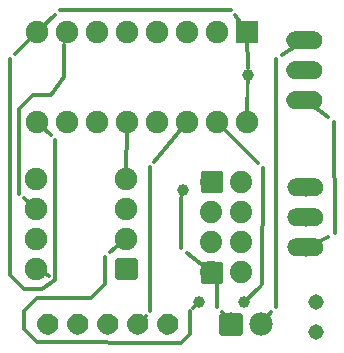
<source format=gtl>
G04 MADE WITH FRITZING*
G04 WWW.FRITZING.ORG*
G04 DOUBLE SIDED*
G04 HOLES PLATED*
G04 CONTOUR ON CENTER OF CONTOUR VECTOR*
%ASAXBY*%
%FSLAX23Y23*%
%MOIN*%
%OFA0B0*%
%SFA1.0B1.0*%
%ADD10C,0.078000*%
%ADD11C,0.039370*%
%ADD12C,0.060000*%
%ADD13C,0.051496*%
%ADD14C,0.075000*%
%ADD15C,0.074472*%
%ADD16C,0.070000*%
%ADD17R,0.075000X0.075000*%
%ADD18C,0.012000*%
%ADD19C,0.020000*%
%ADD20C,0.017108*%
%ADD21R,0.001000X0.001000*%
%LNCOPPER1*%
G90*
G70*
G54D10*
X769Y91D03*
X869Y91D03*
G54D11*
X814Y166D03*
X663Y166D03*
G54D12*
X1019Y547D03*
X1019Y447D03*
X1019Y347D03*
X1019Y547D03*
X1019Y447D03*
X1019Y347D03*
X1016Y1038D03*
X1016Y938D03*
X1016Y838D03*
X1016Y1038D03*
X1016Y938D03*
X1016Y838D03*
G54D11*
X611Y539D03*
X827Y923D03*
G54D13*
X1054Y166D03*
X1054Y66D03*
X1054Y166D03*
X1054Y66D03*
G54D14*
X421Y277D03*
X121Y277D03*
X421Y377D03*
X121Y377D03*
X421Y477D03*
X121Y477D03*
X421Y577D03*
X121Y577D03*
G54D15*
X703Y265D03*
X803Y265D03*
X703Y365D03*
X803Y365D03*
X703Y466D03*
X803Y466D03*
X703Y567D03*
X803Y567D03*
X703Y265D03*
X803Y265D03*
X703Y365D03*
X803Y365D03*
X703Y466D03*
X803Y466D03*
X703Y567D03*
X803Y567D03*
G54D16*
X559Y91D03*
X459Y91D03*
X359Y91D03*
X259Y91D03*
X159Y91D03*
G54D14*
X823Y1067D03*
X823Y767D03*
X723Y1067D03*
X723Y767D03*
X623Y1067D03*
X623Y767D03*
X523Y1067D03*
X523Y767D03*
X423Y1067D03*
X423Y767D03*
X323Y1067D03*
X323Y767D03*
X223Y1067D03*
X223Y767D03*
X123Y1067D03*
X123Y767D03*
G54D17*
X823Y1067D03*
G54D18*
X903Y132D02*
X869Y91D01*
D02*
X724Y150D02*
X724Y241D01*
D02*
X769Y91D02*
X739Y131D01*
D02*
X707Y260D02*
X703Y265D01*
D02*
X919Y975D02*
X919Y150D01*
D02*
X1016Y1038D02*
X940Y989D01*
D02*
X109Y856D02*
X168Y856D01*
D02*
X63Y810D02*
X109Y856D01*
D02*
X64Y526D02*
X63Y810D01*
D02*
X121Y477D02*
X81Y511D01*
D02*
X218Y1044D02*
X223Y1067D01*
D02*
X214Y916D02*
X214Y1021D01*
D02*
X168Y856D02*
X214Y916D01*
D02*
X498Y615D02*
X498Y136D01*
D02*
X623Y767D02*
X513Y633D01*
D02*
X485Y120D02*
X459Y91D01*
D02*
X349Y316D02*
X349Y226D01*
D02*
X349Y226D02*
X304Y180D01*
D02*
X304Y180D02*
X124Y180D01*
D02*
X124Y180D02*
X79Y136D01*
D02*
X421Y377D02*
X367Y331D01*
D02*
X633Y60D02*
X634Y136D01*
D02*
X604Y30D02*
X633Y60D01*
D02*
X124Y31D02*
X604Y30D01*
D02*
X79Y75D02*
X124Y31D01*
D02*
X79Y136D02*
X79Y75D01*
D02*
X859Y628D02*
X723Y767D01*
D02*
X874Y226D02*
X875Y611D01*
D02*
X814Y166D02*
X865Y217D01*
D02*
X644Y145D02*
X663Y166D01*
D02*
X623Y330D02*
X703Y265D01*
D02*
X604Y511D02*
X603Y346D01*
D02*
X611Y539D02*
X607Y524D01*
D02*
X423Y744D02*
X421Y600D01*
D02*
X824Y1054D02*
X826Y946D01*
D02*
X1093Y781D02*
X1016Y838D01*
D02*
X1115Y395D02*
X1114Y766D01*
D02*
X1019Y347D02*
X1092Y384D01*
D02*
X783Y1122D02*
X823Y1067D01*
D02*
X198Y1140D02*
X769Y1140D01*
D02*
X123Y1067D02*
X182Y1124D01*
D02*
X184Y240D02*
X138Y210D01*
D02*
X184Y705D02*
X184Y240D01*
D02*
X123Y767D02*
X168Y722D01*
D02*
X50Y992D02*
X123Y1067D01*
D02*
X33Y256D02*
X34Y976D01*
D02*
X79Y210D02*
X33Y256D01*
D02*
X138Y210D02*
X79Y210D01*
D02*
X121Y277D02*
X164Y252D01*
G54D19*
X740Y120D02*
X798Y120D01*
X798Y62D01*
X740Y62D01*
X740Y120D01*
D02*
X393Y249D02*
X393Y304D01*
X448Y304D01*
X448Y249D01*
X393Y249D01*
D02*
G54D20*
X675Y293D02*
X732Y293D01*
X732Y236D01*
X675Y236D01*
X675Y293D01*
D02*
X675Y293D02*
X732Y293D01*
X732Y236D01*
X675Y236D01*
X675Y293D01*
D02*
X675Y595D02*
X732Y595D01*
X732Y538D01*
X675Y538D01*
X675Y595D01*
D02*
G54D21*
X979Y1068D02*
X1050Y1068D01*
X975Y1067D02*
X1054Y1067D01*
X973Y1066D02*
X1056Y1066D01*
X971Y1065D02*
X1058Y1065D01*
X969Y1064D02*
X1060Y1064D01*
X967Y1063D02*
X1061Y1063D01*
X966Y1062D02*
X1063Y1062D01*
X965Y1061D02*
X1064Y1061D01*
X964Y1060D02*
X1065Y1060D01*
X963Y1059D02*
X1066Y1059D01*
X962Y1058D02*
X1009Y1058D01*
X1020Y1058D02*
X1067Y1058D01*
X961Y1057D02*
X1006Y1057D01*
X1023Y1057D02*
X1068Y1057D01*
X961Y1056D02*
X1004Y1056D01*
X1025Y1056D02*
X1068Y1056D01*
X960Y1055D02*
X1002Y1055D01*
X1026Y1055D02*
X1069Y1055D01*
X959Y1054D02*
X1001Y1054D01*
X1028Y1054D02*
X1070Y1054D01*
X959Y1053D02*
X1000Y1053D01*
X1029Y1053D02*
X1070Y1053D01*
X958Y1052D02*
X999Y1052D01*
X1030Y1052D02*
X1071Y1052D01*
X958Y1051D02*
X998Y1051D01*
X1031Y1051D02*
X1071Y1051D01*
X957Y1050D02*
X998Y1050D01*
X1031Y1050D02*
X1072Y1050D01*
X957Y1049D02*
X997Y1049D01*
X1032Y1049D02*
X1072Y1049D01*
X956Y1048D02*
X996Y1048D01*
X1033Y1048D02*
X1072Y1048D01*
X956Y1047D02*
X996Y1047D01*
X1033Y1047D02*
X1073Y1047D01*
X956Y1046D02*
X995Y1046D01*
X1034Y1046D02*
X1073Y1046D01*
X956Y1045D02*
X995Y1045D01*
X1034Y1045D02*
X1073Y1045D01*
X955Y1044D02*
X995Y1044D01*
X1034Y1044D02*
X1073Y1044D01*
X955Y1043D02*
X994Y1043D01*
X1034Y1043D02*
X1074Y1043D01*
X955Y1042D02*
X994Y1042D01*
X1035Y1042D02*
X1074Y1042D01*
X955Y1041D02*
X994Y1041D01*
X1035Y1041D02*
X1074Y1041D01*
X955Y1040D02*
X994Y1040D01*
X1035Y1040D02*
X1074Y1040D01*
X955Y1039D02*
X994Y1039D01*
X1035Y1039D02*
X1074Y1039D01*
X955Y1038D02*
X994Y1038D01*
X1035Y1038D02*
X1074Y1038D01*
X955Y1037D02*
X994Y1037D01*
X1035Y1037D02*
X1074Y1037D01*
X955Y1036D02*
X994Y1036D01*
X1035Y1036D02*
X1074Y1036D01*
X955Y1035D02*
X994Y1035D01*
X1035Y1035D02*
X1074Y1035D01*
X955Y1034D02*
X995Y1034D01*
X1034Y1034D02*
X1074Y1034D01*
X956Y1033D02*
X995Y1033D01*
X1034Y1033D02*
X1073Y1033D01*
X956Y1032D02*
X995Y1032D01*
X1034Y1032D02*
X1073Y1032D01*
X956Y1031D02*
X996Y1031D01*
X1033Y1031D02*
X1073Y1031D01*
X956Y1030D02*
X996Y1030D01*
X1033Y1030D02*
X1073Y1030D01*
X957Y1029D02*
X997Y1029D01*
X1032Y1029D02*
X1072Y1029D01*
X957Y1028D02*
X997Y1028D01*
X1032Y1028D02*
X1072Y1028D01*
X957Y1027D02*
X998Y1027D01*
X1031Y1027D02*
X1072Y1027D01*
X958Y1026D02*
X999Y1026D01*
X1030Y1026D02*
X1071Y1026D01*
X958Y1025D02*
X999Y1025D01*
X1029Y1025D02*
X1071Y1025D01*
X959Y1024D02*
X1000Y1024D01*
X1028Y1024D02*
X1070Y1024D01*
X959Y1023D02*
X1002Y1023D01*
X1027Y1023D02*
X1069Y1023D01*
X960Y1022D02*
X1003Y1022D01*
X1026Y1022D02*
X1069Y1022D01*
X961Y1021D02*
X1005Y1021D01*
X1024Y1021D02*
X1068Y1021D01*
X962Y1020D02*
X1007Y1020D01*
X1022Y1020D02*
X1067Y1020D01*
X962Y1019D02*
X1011Y1019D01*
X1018Y1019D02*
X1067Y1019D01*
X963Y1018D02*
X1066Y1018D01*
X964Y1017D02*
X1065Y1017D01*
X965Y1016D02*
X1063Y1016D01*
X967Y1015D02*
X1062Y1015D01*
X968Y1014D02*
X1061Y1014D01*
X970Y1013D02*
X1059Y1013D01*
X971Y1012D02*
X1058Y1012D01*
X973Y1011D02*
X1055Y1011D01*
X976Y1010D02*
X1053Y1010D01*
X981Y1009D02*
X1048Y1009D01*
X978Y968D02*
X1050Y968D01*
X975Y967D02*
X1054Y967D01*
X973Y966D02*
X1056Y966D01*
X971Y965D02*
X1058Y965D01*
X969Y964D02*
X1060Y964D01*
X967Y963D02*
X1062Y963D01*
X966Y962D02*
X1063Y962D01*
X965Y961D02*
X1064Y961D01*
X964Y960D02*
X1065Y960D01*
X963Y959D02*
X1066Y959D01*
X962Y958D02*
X1009Y958D01*
X1020Y958D02*
X1067Y958D01*
X961Y957D02*
X1006Y957D01*
X1023Y957D02*
X1068Y957D01*
X960Y956D02*
X1004Y956D01*
X1025Y956D02*
X1068Y956D01*
X960Y955D02*
X1002Y955D01*
X1026Y955D02*
X1069Y955D01*
X959Y954D02*
X1001Y954D01*
X1028Y954D02*
X1070Y954D01*
X959Y953D02*
X1000Y953D01*
X1029Y953D02*
X1070Y953D01*
X958Y952D02*
X999Y952D01*
X1030Y952D02*
X1071Y952D01*
X958Y951D02*
X998Y951D01*
X1031Y951D02*
X1071Y951D01*
X957Y950D02*
X997Y950D01*
X1031Y950D02*
X1072Y950D01*
X957Y949D02*
X997Y949D01*
X1032Y949D02*
X1072Y949D01*
X956Y948D02*
X996Y948D01*
X1033Y948D02*
X1072Y948D01*
X956Y947D02*
X996Y947D01*
X1033Y947D02*
X1073Y947D01*
X956Y946D02*
X995Y946D01*
X1034Y946D02*
X1073Y946D01*
X956Y945D02*
X995Y945D01*
X1034Y945D02*
X1073Y945D01*
X955Y944D02*
X995Y944D01*
X1034Y944D02*
X1073Y944D01*
X955Y943D02*
X994Y943D01*
X1034Y943D02*
X1074Y943D01*
X955Y942D02*
X994Y942D01*
X1035Y942D02*
X1074Y942D01*
X955Y941D02*
X994Y941D01*
X1035Y941D02*
X1074Y941D01*
X955Y940D02*
X994Y940D01*
X1035Y940D02*
X1074Y940D01*
X955Y939D02*
X994Y939D01*
X1035Y939D02*
X1074Y939D01*
X955Y938D02*
X994Y938D01*
X1035Y938D02*
X1074Y938D01*
X955Y937D02*
X994Y937D01*
X1035Y937D02*
X1074Y937D01*
X955Y936D02*
X994Y936D01*
X1035Y936D02*
X1074Y936D01*
X955Y935D02*
X994Y935D01*
X1035Y935D02*
X1074Y935D01*
X955Y934D02*
X995Y934D01*
X1034Y934D02*
X1074Y934D01*
X956Y933D02*
X995Y933D01*
X1034Y933D02*
X1073Y933D01*
X956Y932D02*
X995Y932D01*
X1034Y932D02*
X1073Y932D01*
X956Y931D02*
X996Y931D01*
X1033Y931D02*
X1073Y931D01*
X956Y930D02*
X996Y930D01*
X1033Y930D02*
X1073Y930D01*
X823Y929D02*
X828Y929D01*
X957Y929D02*
X997Y929D01*
X1032Y929D02*
X1072Y929D01*
X822Y928D02*
X830Y928D01*
X957Y928D02*
X997Y928D01*
X1032Y928D02*
X1072Y928D01*
X821Y927D02*
X830Y927D01*
X957Y927D02*
X998Y927D01*
X1031Y927D02*
X1072Y927D01*
X821Y926D02*
X831Y926D01*
X958Y926D02*
X999Y926D01*
X1030Y926D02*
X1071Y926D01*
X820Y925D02*
X831Y925D01*
X958Y925D02*
X1000Y925D01*
X1029Y925D02*
X1071Y925D01*
X820Y924D02*
X831Y924D01*
X959Y924D02*
X1001Y924D01*
X1028Y924D02*
X1070Y924D01*
X820Y923D02*
X831Y923D01*
X960Y923D02*
X1002Y923D01*
X1027Y923D02*
X1069Y923D01*
X820Y922D02*
X831Y922D01*
X960Y922D02*
X1003Y922D01*
X1026Y922D02*
X1069Y922D01*
X820Y921D02*
X831Y921D01*
X961Y921D02*
X1005Y921D01*
X1024Y921D02*
X1068Y921D01*
X820Y920D02*
X831Y920D01*
X962Y920D02*
X1007Y920D01*
X1022Y920D02*
X1067Y920D01*
X820Y919D02*
X831Y919D01*
X962Y919D02*
X1012Y919D01*
X1017Y919D02*
X1066Y919D01*
X820Y918D02*
X831Y918D01*
X963Y918D02*
X1066Y918D01*
X820Y917D02*
X831Y917D01*
X964Y917D02*
X1065Y917D01*
X820Y916D02*
X831Y916D01*
X965Y916D02*
X1063Y916D01*
X820Y915D02*
X831Y915D01*
X967Y915D02*
X1062Y915D01*
X820Y914D02*
X831Y914D01*
X968Y914D02*
X1061Y914D01*
X820Y913D02*
X831Y913D01*
X970Y913D02*
X1059Y913D01*
X820Y912D02*
X831Y912D01*
X971Y912D02*
X1057Y912D01*
X820Y911D02*
X831Y911D01*
X974Y911D02*
X1055Y911D01*
X820Y910D02*
X831Y910D01*
X976Y910D02*
X1052Y910D01*
X820Y909D02*
X831Y909D01*
X981Y909D02*
X1048Y909D01*
X820Y908D02*
X831Y908D01*
X820Y907D02*
X831Y907D01*
X820Y906D02*
X831Y906D01*
X820Y905D02*
X831Y905D01*
X820Y904D02*
X831Y904D01*
X820Y903D02*
X831Y903D01*
X820Y902D02*
X831Y902D01*
X820Y901D02*
X831Y901D01*
X820Y900D02*
X831Y900D01*
X820Y899D02*
X831Y899D01*
X820Y898D02*
X831Y898D01*
X820Y897D02*
X831Y897D01*
X820Y896D02*
X831Y896D01*
X820Y895D02*
X831Y895D01*
X820Y894D02*
X831Y894D01*
X820Y893D02*
X831Y893D01*
X820Y892D02*
X831Y892D01*
X819Y891D02*
X830Y891D01*
X819Y890D02*
X830Y890D01*
X819Y889D02*
X830Y889D01*
X819Y888D02*
X830Y888D01*
X819Y887D02*
X830Y887D01*
X819Y886D02*
X830Y886D01*
X819Y885D02*
X830Y885D01*
X819Y884D02*
X830Y884D01*
X819Y883D02*
X830Y883D01*
X819Y882D02*
X830Y882D01*
X819Y881D02*
X830Y881D01*
X819Y880D02*
X830Y880D01*
X819Y879D02*
X830Y879D01*
X819Y878D02*
X830Y878D01*
X819Y877D02*
X830Y877D01*
X819Y876D02*
X830Y876D01*
X819Y875D02*
X830Y875D01*
X819Y874D02*
X830Y874D01*
X819Y873D02*
X830Y873D01*
X819Y872D02*
X830Y872D01*
X819Y871D02*
X830Y871D01*
X819Y870D02*
X830Y870D01*
X819Y869D02*
X830Y869D01*
X819Y868D02*
X830Y868D01*
X978Y868D02*
X1051Y868D01*
X819Y867D02*
X830Y867D01*
X975Y867D02*
X1054Y867D01*
X819Y866D02*
X830Y866D01*
X972Y866D02*
X1057Y866D01*
X819Y865D02*
X830Y865D01*
X970Y865D02*
X1059Y865D01*
X819Y864D02*
X830Y864D01*
X969Y864D02*
X1060Y864D01*
X819Y863D02*
X830Y863D01*
X967Y863D02*
X1062Y863D01*
X819Y862D02*
X830Y862D01*
X966Y862D02*
X1063Y862D01*
X819Y861D02*
X830Y861D01*
X965Y861D02*
X1064Y861D01*
X819Y860D02*
X830Y860D01*
X964Y860D02*
X1065Y860D01*
X819Y859D02*
X830Y859D01*
X963Y859D02*
X1066Y859D01*
X819Y858D02*
X830Y858D01*
X962Y858D02*
X1009Y858D01*
X1020Y858D02*
X1067Y858D01*
X819Y857D02*
X830Y857D01*
X961Y857D02*
X1006Y857D01*
X1023Y857D02*
X1068Y857D01*
X819Y856D02*
X830Y856D01*
X960Y856D02*
X1004Y856D01*
X1025Y856D02*
X1068Y856D01*
X819Y855D02*
X830Y855D01*
X960Y855D02*
X1002Y855D01*
X1027Y855D02*
X1069Y855D01*
X819Y854D02*
X830Y854D01*
X959Y854D02*
X1001Y854D01*
X1028Y854D02*
X1070Y854D01*
X819Y853D02*
X830Y853D01*
X959Y853D02*
X1000Y853D01*
X1029Y853D02*
X1070Y853D01*
X819Y852D02*
X830Y852D01*
X958Y852D02*
X999Y852D01*
X1030Y852D02*
X1071Y852D01*
X819Y851D02*
X830Y851D01*
X958Y851D02*
X998Y851D01*
X1031Y851D02*
X1071Y851D01*
X819Y850D02*
X830Y850D01*
X957Y850D02*
X997Y850D01*
X1031Y850D02*
X1072Y850D01*
X819Y849D02*
X829Y849D01*
X957Y849D02*
X997Y849D01*
X1032Y849D02*
X1072Y849D01*
X818Y848D02*
X829Y848D01*
X956Y848D02*
X996Y848D01*
X1033Y848D02*
X1072Y848D01*
X818Y847D02*
X829Y847D01*
X956Y847D02*
X996Y847D01*
X1033Y847D02*
X1073Y847D01*
X818Y846D02*
X829Y846D01*
X956Y846D02*
X995Y846D01*
X1034Y846D02*
X1073Y846D01*
X818Y845D02*
X829Y845D01*
X956Y845D02*
X995Y845D01*
X1034Y845D02*
X1073Y845D01*
X818Y844D02*
X829Y844D01*
X955Y844D02*
X995Y844D01*
X1034Y844D02*
X1073Y844D01*
X818Y843D02*
X829Y843D01*
X955Y843D02*
X994Y843D01*
X1034Y843D02*
X1074Y843D01*
X818Y842D02*
X829Y842D01*
X955Y842D02*
X994Y842D01*
X1035Y842D02*
X1074Y842D01*
X818Y841D02*
X829Y841D01*
X955Y841D02*
X994Y841D01*
X1035Y841D02*
X1074Y841D01*
X818Y840D02*
X829Y840D01*
X955Y840D02*
X994Y840D01*
X1035Y840D02*
X1074Y840D01*
X818Y839D02*
X829Y839D01*
X955Y839D02*
X994Y839D01*
X1035Y839D02*
X1074Y839D01*
X818Y838D02*
X829Y838D01*
X955Y838D02*
X994Y838D01*
X1035Y838D02*
X1074Y838D01*
X818Y837D02*
X829Y837D01*
X955Y837D02*
X994Y837D01*
X1035Y837D02*
X1074Y837D01*
X818Y836D02*
X829Y836D01*
X955Y836D02*
X994Y836D01*
X1035Y836D02*
X1074Y836D01*
X818Y835D02*
X829Y835D01*
X955Y835D02*
X994Y835D01*
X1035Y835D02*
X1074Y835D01*
X818Y834D02*
X829Y834D01*
X955Y834D02*
X995Y834D01*
X1034Y834D02*
X1073Y834D01*
X818Y833D02*
X829Y833D01*
X956Y833D02*
X995Y833D01*
X1034Y833D02*
X1073Y833D01*
X818Y832D02*
X829Y832D01*
X956Y832D02*
X995Y832D01*
X1034Y832D02*
X1073Y832D01*
X818Y831D02*
X829Y831D01*
X956Y831D02*
X996Y831D01*
X1033Y831D02*
X1073Y831D01*
X818Y830D02*
X829Y830D01*
X956Y830D02*
X996Y830D01*
X1033Y830D02*
X1073Y830D01*
X818Y829D02*
X829Y829D01*
X957Y829D02*
X997Y829D01*
X1032Y829D02*
X1072Y829D01*
X818Y828D02*
X829Y828D01*
X957Y828D02*
X997Y828D01*
X1032Y828D02*
X1072Y828D01*
X818Y827D02*
X829Y827D01*
X957Y827D02*
X998Y827D01*
X1031Y827D02*
X1071Y827D01*
X818Y826D02*
X829Y826D01*
X958Y826D02*
X999Y826D01*
X1030Y826D02*
X1071Y826D01*
X818Y825D02*
X829Y825D01*
X958Y825D02*
X1000Y825D01*
X1029Y825D02*
X1071Y825D01*
X818Y824D02*
X829Y824D01*
X959Y824D02*
X1001Y824D01*
X1028Y824D02*
X1070Y824D01*
X818Y823D02*
X829Y823D01*
X960Y823D02*
X1002Y823D01*
X1027Y823D02*
X1069Y823D01*
X818Y822D02*
X829Y822D01*
X960Y822D02*
X1003Y822D01*
X1026Y822D02*
X1069Y822D01*
X818Y821D02*
X829Y821D01*
X961Y821D02*
X1005Y821D01*
X1024Y821D02*
X1068Y821D01*
X818Y820D02*
X829Y820D01*
X962Y820D02*
X1007Y820D01*
X1021Y820D02*
X1067Y820D01*
X818Y819D02*
X829Y819D01*
X963Y819D02*
X1012Y819D01*
X1017Y819D02*
X1066Y819D01*
X818Y818D02*
X829Y818D01*
X963Y818D02*
X1065Y818D01*
X818Y817D02*
X829Y817D01*
X964Y817D02*
X1064Y817D01*
X818Y816D02*
X829Y816D01*
X966Y816D02*
X1063Y816D01*
X818Y815D02*
X829Y815D01*
X967Y815D02*
X1062Y815D01*
X818Y814D02*
X829Y814D01*
X968Y814D02*
X1061Y814D01*
X818Y813D02*
X829Y813D01*
X970Y813D02*
X1059Y813D01*
X818Y812D02*
X829Y812D01*
X972Y812D02*
X1057Y812D01*
X818Y811D02*
X829Y811D01*
X974Y811D02*
X1055Y811D01*
X818Y810D02*
X829Y810D01*
X977Y810D02*
X1052Y810D01*
X818Y809D02*
X829Y809D01*
X982Y809D02*
X1047Y809D01*
X818Y808D02*
X829Y808D01*
X818Y807D02*
X829Y807D01*
X817Y806D02*
X828Y806D01*
X817Y805D02*
X828Y805D01*
X817Y804D02*
X828Y804D01*
X817Y803D02*
X828Y803D01*
X817Y802D02*
X828Y802D01*
X817Y801D02*
X828Y801D01*
X817Y800D02*
X828Y800D01*
X817Y799D02*
X828Y799D01*
X817Y798D02*
X828Y798D01*
X817Y797D02*
X828Y797D01*
X817Y796D02*
X828Y796D01*
X817Y795D02*
X828Y795D01*
X817Y794D02*
X828Y794D01*
X817Y793D02*
X828Y793D01*
X817Y792D02*
X828Y792D01*
X817Y791D02*
X828Y791D01*
X817Y790D02*
X828Y790D01*
X817Y789D02*
X828Y789D01*
X817Y788D02*
X828Y788D01*
X817Y787D02*
X828Y787D01*
X817Y786D02*
X828Y786D01*
X817Y785D02*
X828Y785D01*
X817Y784D02*
X828Y784D01*
X817Y783D02*
X828Y783D01*
X817Y782D02*
X828Y782D01*
X817Y781D02*
X828Y781D01*
X817Y780D02*
X828Y780D01*
X817Y779D02*
X828Y779D01*
X817Y778D02*
X828Y778D01*
X817Y777D02*
X828Y777D01*
X817Y776D02*
X828Y776D01*
X817Y775D02*
X828Y775D01*
X817Y774D02*
X828Y774D01*
X817Y773D02*
X828Y773D01*
X817Y772D02*
X828Y772D01*
X817Y771D02*
X828Y771D01*
X817Y770D02*
X828Y770D01*
X817Y769D02*
X828Y769D01*
X817Y768D02*
X828Y768D01*
X817Y767D02*
X827Y767D01*
X817Y766D02*
X827Y766D01*
X818Y765D02*
X827Y765D01*
X818Y764D02*
X826Y764D01*
X820Y763D02*
X825Y763D01*
X983Y578D02*
X1052Y578D01*
X979Y577D02*
X1056Y577D01*
X976Y576D02*
X1059Y576D01*
X974Y575D02*
X1061Y575D01*
X973Y574D02*
X1063Y574D01*
X971Y573D02*
X1064Y573D01*
X970Y572D02*
X1066Y572D01*
X968Y571D02*
X1067Y571D01*
X967Y570D02*
X1068Y570D01*
X966Y569D02*
X1069Y569D01*
X966Y568D02*
X1013Y568D01*
X1022Y568D02*
X1070Y568D01*
X965Y567D02*
X1010Y567D01*
X1026Y567D02*
X1071Y567D01*
X964Y566D02*
X1008Y566D01*
X1028Y566D02*
X1072Y566D01*
X963Y565D02*
X1006Y565D01*
X1029Y565D02*
X1072Y565D01*
X963Y564D02*
X1005Y564D01*
X1031Y564D02*
X1073Y564D01*
X962Y563D02*
X1004Y563D01*
X1032Y563D02*
X1073Y563D01*
X962Y562D02*
X1003Y562D01*
X1033Y562D02*
X1074Y562D01*
X961Y561D02*
X1002Y561D01*
X1034Y561D02*
X1074Y561D01*
X961Y560D02*
X1001Y560D01*
X1035Y560D02*
X1075Y560D01*
X960Y559D02*
X1000Y559D01*
X1035Y559D02*
X1075Y559D01*
X960Y558D02*
X1000Y558D01*
X1036Y558D02*
X1076Y558D01*
X960Y557D02*
X999Y557D01*
X1036Y557D02*
X1076Y557D01*
X959Y556D02*
X999Y556D01*
X1037Y556D02*
X1076Y556D01*
X959Y555D02*
X998Y555D01*
X1037Y555D02*
X1076Y555D01*
X959Y554D02*
X998Y554D01*
X1037Y554D02*
X1077Y554D01*
X959Y553D02*
X998Y553D01*
X1038Y553D02*
X1077Y553D01*
X958Y552D02*
X998Y552D01*
X1038Y552D02*
X1077Y552D01*
X958Y551D02*
X998Y551D01*
X1038Y551D02*
X1077Y551D01*
X958Y550D02*
X997Y550D01*
X1038Y550D02*
X1077Y550D01*
X958Y549D02*
X997Y549D01*
X1038Y549D02*
X1077Y549D01*
X958Y548D02*
X997Y548D01*
X1038Y548D02*
X1077Y548D01*
X958Y547D02*
X997Y547D01*
X1038Y547D02*
X1077Y547D01*
X958Y546D02*
X998Y546D01*
X1038Y546D02*
X1077Y546D01*
X958Y545D02*
X998Y545D01*
X1038Y545D02*
X1077Y545D01*
X959Y544D02*
X998Y544D01*
X1038Y544D02*
X1077Y544D01*
X959Y543D02*
X998Y543D01*
X1037Y543D02*
X1077Y543D01*
X959Y542D02*
X998Y542D01*
X1037Y542D02*
X1076Y542D01*
X959Y541D02*
X999Y541D01*
X1037Y541D02*
X1076Y541D01*
X960Y540D02*
X999Y540D01*
X1036Y540D02*
X1076Y540D01*
X960Y539D02*
X1000Y539D01*
X1036Y539D02*
X1076Y539D01*
X960Y538D02*
X1000Y538D01*
X1035Y538D02*
X1075Y538D01*
X961Y537D02*
X1001Y537D01*
X1035Y537D02*
X1075Y537D01*
X961Y536D02*
X1002Y536D01*
X1034Y536D02*
X1074Y536D01*
X962Y535D02*
X1003Y535D01*
X1033Y535D02*
X1074Y535D01*
X962Y534D02*
X1004Y534D01*
X1032Y534D02*
X1073Y534D01*
X963Y533D02*
X1005Y533D01*
X1031Y533D02*
X1073Y533D01*
X963Y532D02*
X1006Y532D01*
X1029Y532D02*
X1072Y532D01*
X964Y531D02*
X1008Y531D01*
X1028Y531D02*
X1072Y531D01*
X965Y530D02*
X1010Y530D01*
X1026Y530D02*
X1071Y530D01*
X966Y529D02*
X1013Y529D01*
X1022Y529D02*
X1070Y529D01*
X966Y528D02*
X1069Y528D01*
X967Y527D02*
X1068Y527D01*
X968Y526D02*
X1067Y526D01*
X970Y525D02*
X1066Y525D01*
X971Y524D02*
X1064Y524D01*
X973Y523D02*
X1063Y523D01*
X974Y522D02*
X1061Y522D01*
X976Y521D02*
X1059Y521D01*
X979Y520D02*
X1057Y520D01*
X983Y519D02*
X1052Y519D01*
X983Y478D02*
X1053Y478D01*
X979Y477D02*
X1057Y477D01*
X976Y476D02*
X1059Y476D01*
X974Y475D02*
X1061Y475D01*
X972Y474D02*
X1063Y474D01*
X971Y473D02*
X1065Y473D01*
X970Y472D02*
X1066Y472D01*
X968Y471D02*
X1067Y471D01*
X967Y470D02*
X1068Y470D01*
X966Y469D02*
X1069Y469D01*
X965Y468D02*
X1013Y468D01*
X1023Y468D02*
X1070Y468D01*
X965Y467D02*
X1010Y467D01*
X1026Y467D02*
X1071Y467D01*
X964Y466D02*
X1008Y466D01*
X1028Y466D02*
X1072Y466D01*
X963Y465D02*
X1006Y465D01*
X1030Y465D02*
X1072Y465D01*
X963Y464D02*
X1005Y464D01*
X1031Y464D02*
X1073Y464D01*
X962Y463D02*
X1003Y463D01*
X1032Y463D02*
X1073Y463D01*
X961Y462D02*
X1003Y462D01*
X1033Y462D02*
X1074Y462D01*
X961Y461D02*
X1002Y461D01*
X1034Y461D02*
X1074Y461D01*
X961Y460D02*
X1001Y460D01*
X1035Y460D02*
X1075Y460D01*
X960Y459D02*
X1000Y459D01*
X1035Y459D02*
X1075Y459D01*
X960Y458D02*
X1000Y458D01*
X1036Y458D02*
X1076Y458D01*
X960Y457D02*
X999Y457D01*
X1036Y457D02*
X1076Y457D01*
X959Y456D02*
X999Y456D01*
X1037Y456D02*
X1076Y456D01*
X959Y455D02*
X998Y455D01*
X1037Y455D02*
X1076Y455D01*
X959Y454D02*
X998Y454D01*
X1037Y454D02*
X1077Y454D01*
X959Y453D02*
X998Y453D01*
X1038Y453D02*
X1077Y453D01*
X958Y452D02*
X998Y452D01*
X1038Y452D02*
X1077Y452D01*
X958Y451D02*
X997Y451D01*
X1038Y451D02*
X1077Y451D01*
X958Y450D02*
X997Y450D01*
X1038Y450D02*
X1077Y450D01*
X958Y449D02*
X997Y449D01*
X1038Y449D02*
X1077Y449D01*
X958Y448D02*
X997Y448D01*
X1038Y448D02*
X1077Y448D01*
X958Y447D02*
X997Y447D01*
X1038Y447D02*
X1077Y447D01*
X958Y446D02*
X998Y446D01*
X1038Y446D02*
X1077Y446D01*
X959Y445D02*
X998Y445D01*
X1038Y445D02*
X1077Y445D01*
X959Y444D02*
X998Y444D01*
X1038Y444D02*
X1077Y444D01*
X959Y443D02*
X998Y443D01*
X1037Y443D02*
X1077Y443D01*
X959Y442D02*
X998Y442D01*
X1037Y442D02*
X1076Y442D01*
X959Y441D02*
X999Y441D01*
X1037Y441D02*
X1076Y441D01*
X960Y440D02*
X999Y440D01*
X1036Y440D02*
X1076Y440D01*
X960Y439D02*
X1000Y439D01*
X1036Y439D02*
X1076Y439D01*
X960Y438D02*
X1000Y438D01*
X1035Y438D02*
X1075Y438D01*
X961Y437D02*
X1001Y437D01*
X1034Y437D02*
X1075Y437D01*
X961Y436D02*
X1002Y436D01*
X1034Y436D02*
X1074Y436D01*
X962Y435D02*
X1003Y435D01*
X1033Y435D02*
X1074Y435D01*
X962Y434D02*
X1004Y434D01*
X1032Y434D02*
X1073Y434D01*
X963Y433D02*
X1005Y433D01*
X1031Y433D02*
X1073Y433D01*
X963Y432D02*
X1006Y432D01*
X1029Y432D02*
X1072Y432D01*
X964Y431D02*
X1008Y431D01*
X1028Y431D02*
X1071Y431D01*
X965Y430D02*
X1010Y430D01*
X1026Y430D02*
X1071Y430D01*
X966Y429D02*
X1013Y429D01*
X1022Y429D02*
X1070Y429D01*
X966Y428D02*
X1069Y428D01*
X967Y427D02*
X1068Y427D01*
X969Y426D02*
X1067Y426D01*
X970Y425D02*
X1066Y425D01*
X971Y424D02*
X1064Y424D01*
X973Y423D02*
X1063Y423D01*
X974Y422D02*
X1061Y422D01*
X976Y421D02*
X1059Y421D01*
X979Y420D02*
X1056Y420D01*
X983Y419D02*
X1052Y419D01*
X982Y378D02*
X1053Y378D01*
X979Y377D02*
X1057Y377D01*
X976Y376D02*
X1059Y376D01*
X974Y375D02*
X1061Y375D01*
X972Y374D02*
X1063Y374D01*
X971Y373D02*
X1065Y373D01*
X970Y372D02*
X1066Y372D01*
X968Y371D02*
X1067Y371D01*
X967Y370D02*
X1068Y370D01*
X966Y369D02*
X1069Y369D01*
X965Y368D02*
X1013Y368D01*
X1023Y368D02*
X1070Y368D01*
X965Y367D02*
X1009Y367D01*
X1026Y367D02*
X1071Y367D01*
X964Y366D02*
X1008Y366D01*
X1028Y366D02*
X1072Y366D01*
X963Y365D02*
X1006Y365D01*
X1030Y365D02*
X1072Y365D01*
X963Y364D02*
X1005Y364D01*
X1031Y364D02*
X1073Y364D01*
X962Y363D02*
X1003Y363D01*
X1032Y363D02*
X1074Y363D01*
X961Y362D02*
X1002Y362D01*
X1033Y362D02*
X1074Y362D01*
X961Y361D02*
X1002Y361D01*
X1034Y361D02*
X1074Y361D01*
X961Y360D02*
X1001Y360D01*
X1035Y360D02*
X1075Y360D01*
X960Y359D02*
X1000Y359D01*
X1035Y359D02*
X1075Y359D01*
X960Y358D02*
X1000Y358D01*
X1036Y358D02*
X1076Y358D01*
X959Y357D02*
X999Y357D01*
X1036Y357D02*
X1076Y357D01*
X959Y356D02*
X999Y356D01*
X1037Y356D02*
X1076Y356D01*
X959Y355D02*
X998Y355D01*
X1037Y355D02*
X1076Y355D01*
X959Y354D02*
X998Y354D01*
X1037Y354D02*
X1077Y354D01*
X959Y353D02*
X998Y353D01*
X1038Y353D02*
X1077Y353D01*
X958Y352D02*
X998Y352D01*
X1038Y352D02*
X1077Y352D01*
X958Y351D02*
X997Y351D01*
X1038Y351D02*
X1077Y351D01*
X958Y350D02*
X997Y350D01*
X1038Y350D02*
X1077Y350D01*
X958Y349D02*
X997Y349D01*
X1038Y349D02*
X1077Y349D01*
X958Y348D02*
X997Y348D01*
X1038Y348D02*
X1077Y348D01*
X958Y347D02*
X997Y347D01*
X1038Y347D02*
X1077Y347D01*
X958Y346D02*
X998Y346D01*
X1038Y346D02*
X1077Y346D01*
X959Y345D02*
X998Y345D01*
X1038Y345D02*
X1077Y345D01*
X959Y344D02*
X998Y344D01*
X1038Y344D02*
X1077Y344D01*
X959Y343D02*
X998Y343D01*
X1037Y343D02*
X1077Y343D01*
X959Y342D02*
X998Y342D01*
X1037Y342D02*
X1076Y342D01*
X959Y341D02*
X999Y341D01*
X1037Y341D02*
X1076Y341D01*
X960Y340D02*
X999Y340D01*
X1036Y340D02*
X1076Y340D01*
X960Y339D02*
X1000Y339D01*
X1036Y339D02*
X1076Y339D01*
X960Y338D02*
X1000Y338D01*
X1035Y338D02*
X1075Y338D01*
X961Y337D02*
X1001Y337D01*
X1034Y337D02*
X1075Y337D01*
X961Y336D02*
X1002Y336D01*
X1034Y336D02*
X1074Y336D01*
X962Y335D02*
X1003Y335D01*
X1033Y335D02*
X1074Y335D01*
X962Y334D02*
X1004Y334D01*
X1032Y334D02*
X1073Y334D01*
X963Y333D02*
X1005Y333D01*
X1031Y333D02*
X1073Y333D01*
X963Y332D02*
X1006Y332D01*
X1029Y332D02*
X1072Y332D01*
X964Y331D02*
X1008Y331D01*
X1027Y331D02*
X1071Y331D01*
X965Y330D02*
X1010Y330D01*
X1025Y330D02*
X1071Y330D01*
X966Y329D02*
X1014Y329D01*
X1022Y329D02*
X1070Y329D01*
X967Y328D02*
X1069Y328D01*
X968Y327D02*
X1068Y327D01*
X969Y326D02*
X1067Y326D01*
X970Y325D02*
X1066Y325D01*
X971Y324D02*
X1064Y324D01*
X973Y323D02*
X1063Y323D01*
X974Y322D02*
X1061Y322D01*
X977Y321D02*
X1059Y321D01*
X979Y320D02*
X1056Y320D01*
X984Y319D02*
X1052Y319D01*
X157Y127D02*
X160Y127D01*
X256Y127D02*
X260Y127D01*
X356Y127D02*
X360Y127D01*
X456Y127D02*
X460Y127D01*
X556Y127D02*
X559Y127D01*
X151Y126D02*
X166Y126D01*
X251Y126D02*
X265Y126D01*
X351Y126D02*
X365Y126D01*
X450Y126D02*
X465Y126D01*
X550Y126D02*
X565Y126D01*
X148Y125D02*
X169Y125D01*
X248Y125D02*
X269Y125D01*
X348Y125D02*
X368Y125D01*
X447Y125D02*
X468Y125D01*
X547Y125D02*
X568Y125D01*
X145Y124D02*
X171Y124D01*
X245Y124D02*
X271Y124D01*
X345Y124D02*
X371Y124D01*
X445Y124D02*
X471Y124D01*
X545Y124D02*
X571Y124D01*
X143Y123D02*
X173Y123D01*
X243Y123D02*
X273Y123D01*
X343Y123D02*
X373Y123D01*
X443Y123D02*
X473Y123D01*
X543Y123D02*
X573Y123D01*
X142Y122D02*
X175Y122D01*
X242Y122D02*
X275Y122D01*
X341Y122D02*
X375Y122D01*
X441Y122D02*
X474Y122D01*
X541Y122D02*
X574Y122D01*
X140Y121D02*
X176Y121D01*
X240Y121D02*
X276Y121D01*
X340Y121D02*
X376Y121D01*
X440Y121D02*
X476Y121D01*
X540Y121D02*
X576Y121D01*
X139Y120D02*
X178Y120D01*
X239Y120D02*
X278Y120D01*
X339Y120D02*
X377Y120D01*
X438Y120D02*
X477Y120D01*
X538Y120D02*
X577Y120D01*
X137Y119D02*
X179Y119D01*
X237Y119D02*
X279Y119D01*
X337Y119D02*
X379Y119D01*
X437Y119D02*
X479Y119D01*
X537Y119D02*
X579Y119D01*
X136Y118D02*
X180Y118D01*
X236Y118D02*
X280Y118D01*
X336Y118D02*
X380Y118D01*
X436Y118D02*
X480Y118D01*
X536Y118D02*
X580Y118D01*
X135Y117D02*
X181Y117D01*
X235Y117D02*
X281Y117D01*
X335Y117D02*
X381Y117D01*
X435Y117D02*
X481Y117D01*
X535Y117D02*
X581Y117D01*
X134Y116D02*
X182Y116D01*
X234Y116D02*
X282Y116D01*
X334Y116D02*
X382Y116D01*
X434Y116D02*
X482Y116D01*
X534Y116D02*
X582Y116D01*
X133Y115D02*
X183Y115D01*
X233Y115D02*
X283Y115D01*
X333Y115D02*
X383Y115D01*
X433Y115D02*
X483Y115D01*
X533Y115D02*
X583Y115D01*
X132Y114D02*
X184Y114D01*
X232Y114D02*
X284Y114D01*
X332Y114D02*
X384Y114D01*
X432Y114D02*
X484Y114D01*
X532Y114D02*
X584Y114D01*
X131Y113D02*
X185Y113D01*
X231Y113D02*
X285Y113D01*
X331Y113D02*
X385Y113D01*
X431Y113D02*
X485Y113D01*
X531Y113D02*
X585Y113D01*
X131Y112D02*
X186Y112D01*
X231Y112D02*
X286Y112D01*
X331Y112D02*
X385Y112D01*
X430Y112D02*
X485Y112D01*
X530Y112D02*
X585Y112D01*
X130Y111D02*
X186Y111D01*
X230Y111D02*
X286Y111D01*
X330Y111D02*
X386Y111D01*
X430Y111D02*
X486Y111D01*
X530Y111D02*
X586Y111D01*
X129Y110D02*
X187Y110D01*
X229Y110D02*
X287Y110D01*
X329Y110D02*
X387Y110D01*
X429Y110D02*
X487Y110D01*
X529Y110D02*
X587Y110D01*
X129Y109D02*
X188Y109D01*
X229Y109D02*
X288Y109D01*
X329Y109D02*
X387Y109D01*
X428Y109D02*
X487Y109D01*
X528Y109D02*
X587Y109D01*
X128Y108D02*
X188Y108D01*
X228Y108D02*
X288Y108D01*
X328Y108D02*
X388Y108D01*
X428Y108D02*
X488Y108D01*
X528Y108D02*
X588Y108D01*
X128Y107D02*
X156Y107D01*
X161Y107D02*
X189Y107D01*
X227Y107D02*
X256Y107D01*
X260Y107D02*
X289Y107D01*
X327Y107D02*
X356Y107D01*
X360Y107D02*
X389Y107D01*
X427Y107D02*
X456Y107D01*
X460Y107D02*
X489Y107D01*
X527Y107D02*
X555Y107D01*
X560Y107D02*
X588Y107D01*
X127Y106D02*
X151Y106D01*
X165Y106D02*
X189Y106D01*
X227Y106D02*
X251Y106D01*
X265Y106D02*
X289Y106D01*
X327Y106D02*
X351Y106D01*
X365Y106D02*
X389Y106D01*
X427Y106D02*
X451Y106D01*
X465Y106D02*
X489Y106D01*
X527Y106D02*
X551Y106D01*
X565Y106D02*
X589Y106D01*
X127Y105D02*
X149Y105D01*
X167Y105D02*
X190Y105D01*
X226Y105D02*
X249Y105D01*
X267Y105D02*
X290Y105D01*
X326Y105D02*
X349Y105D01*
X367Y105D02*
X390Y105D01*
X426Y105D02*
X449Y105D01*
X467Y105D02*
X490Y105D01*
X526Y105D02*
X549Y105D01*
X567Y105D02*
X589Y105D01*
X126Y104D02*
X147Y104D01*
X169Y104D02*
X190Y104D01*
X226Y104D02*
X247Y104D01*
X269Y104D02*
X290Y104D01*
X326Y104D02*
X347Y104D01*
X369Y104D02*
X390Y104D01*
X426Y104D02*
X447Y104D01*
X469Y104D02*
X490Y104D01*
X526Y104D02*
X547Y104D01*
X569Y104D02*
X590Y104D01*
X126Y103D02*
X146Y103D01*
X170Y103D02*
X191Y103D01*
X226Y103D02*
X246Y103D01*
X270Y103D02*
X290Y103D01*
X326Y103D02*
X346Y103D01*
X370Y103D02*
X390Y103D01*
X426Y103D02*
X446Y103D01*
X470Y103D02*
X490Y103D01*
X525Y103D02*
X546Y103D01*
X570Y103D02*
X590Y103D01*
X125Y102D02*
X146Y102D01*
X171Y102D02*
X191Y102D01*
X225Y102D02*
X245Y102D01*
X271Y102D02*
X291Y102D01*
X325Y102D02*
X345Y102D01*
X371Y102D02*
X391Y102D01*
X425Y102D02*
X445Y102D01*
X471Y102D02*
X491Y102D01*
X525Y102D02*
X545Y102D01*
X570Y102D02*
X591Y102D01*
X125Y101D02*
X145Y101D01*
X171Y101D02*
X191Y101D01*
X225Y101D02*
X245Y101D01*
X271Y101D02*
X291Y101D01*
X325Y101D02*
X345Y101D01*
X371Y101D02*
X391Y101D01*
X425Y101D02*
X445Y101D01*
X471Y101D02*
X491Y101D01*
X525Y101D02*
X545Y101D01*
X571Y101D02*
X591Y101D01*
X125Y100D02*
X144Y100D01*
X172Y100D02*
X192Y100D01*
X225Y100D02*
X244Y100D01*
X272Y100D02*
X291Y100D01*
X325Y100D02*
X344Y100D01*
X372Y100D02*
X391Y100D01*
X425Y100D02*
X444Y100D01*
X472Y100D02*
X491Y100D01*
X524Y100D02*
X544Y100D01*
X572Y100D02*
X591Y100D01*
X124Y99D02*
X144Y99D01*
X172Y99D02*
X192Y99D01*
X224Y99D02*
X244Y99D01*
X272Y99D02*
X292Y99D01*
X324Y99D02*
X344Y99D01*
X372Y99D02*
X392Y99D01*
X424Y99D02*
X444Y99D01*
X472Y99D02*
X492Y99D01*
X524Y99D02*
X544Y99D01*
X572Y99D02*
X591Y99D01*
X124Y98D02*
X144Y98D01*
X173Y98D02*
X192Y98D01*
X224Y98D02*
X243Y98D01*
X273Y98D02*
X292Y98D01*
X324Y98D02*
X343Y98D01*
X373Y98D02*
X392Y98D01*
X424Y98D02*
X443Y98D01*
X473Y98D02*
X492Y98D01*
X524Y98D02*
X543Y98D01*
X572Y98D02*
X592Y98D01*
X124Y97D02*
X143Y97D01*
X173Y97D02*
X192Y97D01*
X224Y97D02*
X243Y97D01*
X273Y97D02*
X292Y97D01*
X324Y97D02*
X343Y97D01*
X373Y97D02*
X392Y97D01*
X424Y97D02*
X443Y97D01*
X473Y97D02*
X492Y97D01*
X524Y97D02*
X543Y97D01*
X573Y97D02*
X592Y97D01*
X124Y96D02*
X143Y96D01*
X173Y96D02*
X192Y96D01*
X224Y96D02*
X243Y96D01*
X273Y96D02*
X292Y96D01*
X324Y96D02*
X343Y96D01*
X373Y96D02*
X392Y96D01*
X424Y96D02*
X443Y96D01*
X473Y96D02*
X492Y96D01*
X524Y96D02*
X543Y96D01*
X573Y96D02*
X592Y96D01*
X124Y95D02*
X143Y95D01*
X173Y95D02*
X192Y95D01*
X224Y95D02*
X243Y95D01*
X273Y95D02*
X292Y95D01*
X324Y95D02*
X343Y95D01*
X373Y95D02*
X392Y95D01*
X424Y95D02*
X443Y95D01*
X473Y95D02*
X492Y95D01*
X524Y95D02*
X543Y95D01*
X573Y95D02*
X592Y95D01*
X124Y94D02*
X143Y94D01*
X173Y94D02*
X193Y94D01*
X224Y94D02*
X243Y94D01*
X273Y94D02*
X292Y94D01*
X324Y94D02*
X343Y94D01*
X373Y94D02*
X392Y94D01*
X424Y94D02*
X443Y94D01*
X473Y94D02*
X492Y94D01*
X523Y94D02*
X542Y94D01*
X573Y94D02*
X592Y94D01*
X124Y93D02*
X143Y93D01*
X174Y93D02*
X193Y93D01*
X224Y93D02*
X243Y93D01*
X273Y93D02*
X292Y93D01*
X324Y93D02*
X343Y93D01*
X373Y93D02*
X392Y93D01*
X423Y93D02*
X442Y93D01*
X473Y93D02*
X492Y93D01*
X523Y93D02*
X542Y93D01*
X573Y93D02*
X592Y93D01*
X124Y92D02*
X143Y92D01*
X174Y92D02*
X193Y92D01*
X224Y92D02*
X243Y92D01*
X274Y92D02*
X293Y92D01*
X324Y92D02*
X343Y92D01*
X373Y92D02*
X392Y92D01*
X423Y92D02*
X442Y92D01*
X473Y92D02*
X492Y92D01*
X523Y92D02*
X542Y92D01*
X573Y92D02*
X592Y92D01*
X124Y91D02*
X143Y91D01*
X174Y91D02*
X193Y91D01*
X224Y91D02*
X243Y91D01*
X273Y91D02*
X292Y91D01*
X324Y91D02*
X343Y91D01*
X373Y91D02*
X392Y91D01*
X424Y91D02*
X443Y91D01*
X473Y91D02*
X492Y91D01*
X523Y91D02*
X542Y91D01*
X573Y91D02*
X592Y91D01*
X124Y90D02*
X143Y90D01*
X173Y90D02*
X192Y90D01*
X224Y90D02*
X243Y90D01*
X273Y90D02*
X292Y90D01*
X324Y90D02*
X343Y90D01*
X373Y90D02*
X392Y90D01*
X424Y90D02*
X443Y90D01*
X473Y90D02*
X492Y90D01*
X523Y90D02*
X543Y90D01*
X573Y90D02*
X592Y90D01*
X124Y89D02*
X143Y89D01*
X173Y89D02*
X192Y89D01*
X224Y89D02*
X243Y89D01*
X273Y89D02*
X292Y89D01*
X324Y89D02*
X343Y89D01*
X373Y89D02*
X392Y89D01*
X424Y89D02*
X443Y89D01*
X473Y89D02*
X492Y89D01*
X524Y89D02*
X543Y89D01*
X573Y89D02*
X592Y89D01*
X124Y88D02*
X143Y88D01*
X173Y88D02*
X192Y88D01*
X224Y88D02*
X243Y88D01*
X273Y88D02*
X292Y88D01*
X324Y88D02*
X343Y88D01*
X373Y88D02*
X392Y88D01*
X424Y88D02*
X443Y88D01*
X473Y88D02*
X492Y88D01*
X524Y88D02*
X543Y88D01*
X573Y88D02*
X592Y88D01*
X124Y87D02*
X143Y87D01*
X173Y87D02*
X192Y87D01*
X224Y87D02*
X243Y87D01*
X273Y87D02*
X292Y87D01*
X324Y87D02*
X343Y87D01*
X373Y87D02*
X392Y87D01*
X424Y87D02*
X443Y87D01*
X473Y87D02*
X492Y87D01*
X524Y87D02*
X543Y87D01*
X573Y87D02*
X592Y87D01*
X124Y86D02*
X144Y86D01*
X173Y86D02*
X192Y86D01*
X224Y86D02*
X244Y86D01*
X273Y86D02*
X292Y86D01*
X324Y86D02*
X343Y86D01*
X373Y86D02*
X392Y86D01*
X424Y86D02*
X443Y86D01*
X472Y86D02*
X492Y86D01*
X524Y86D02*
X543Y86D01*
X572Y86D02*
X592Y86D01*
X125Y85D02*
X144Y85D01*
X172Y85D02*
X192Y85D01*
X224Y85D02*
X244Y85D01*
X272Y85D02*
X292Y85D01*
X324Y85D02*
X344Y85D01*
X372Y85D02*
X392Y85D01*
X424Y85D02*
X444Y85D01*
X472Y85D02*
X491Y85D01*
X524Y85D02*
X544Y85D01*
X572Y85D02*
X591Y85D01*
X125Y84D02*
X144Y84D01*
X172Y84D02*
X191Y84D01*
X225Y84D02*
X244Y84D01*
X272Y84D02*
X291Y84D01*
X325Y84D02*
X344Y84D01*
X372Y84D02*
X391Y84D01*
X425Y84D02*
X444Y84D01*
X472Y84D02*
X491Y84D01*
X525Y84D02*
X544Y84D01*
X572Y84D02*
X591Y84D01*
X125Y83D02*
X145Y83D01*
X171Y83D02*
X191Y83D01*
X225Y83D02*
X245Y83D01*
X271Y83D02*
X291Y83D01*
X325Y83D02*
X345Y83D01*
X371Y83D02*
X391Y83D01*
X425Y83D02*
X445Y83D01*
X471Y83D02*
X491Y83D01*
X525Y83D02*
X545Y83D01*
X571Y83D02*
X591Y83D01*
X125Y82D02*
X146Y82D01*
X171Y82D02*
X191Y82D01*
X225Y82D02*
X246Y82D01*
X270Y82D02*
X291Y82D01*
X325Y82D02*
X346Y82D01*
X370Y82D02*
X391Y82D01*
X425Y82D02*
X446Y82D01*
X470Y82D02*
X491Y82D01*
X525Y82D02*
X545Y82D01*
X570Y82D02*
X591Y82D01*
X126Y81D02*
X147Y81D01*
X170Y81D02*
X190Y81D01*
X226Y81D02*
X247Y81D01*
X270Y81D02*
X290Y81D01*
X326Y81D02*
X346Y81D01*
X370Y81D02*
X390Y81D01*
X426Y81D02*
X446Y81D01*
X469Y81D02*
X490Y81D01*
X526Y81D02*
X546Y81D01*
X569Y81D02*
X590Y81D01*
X126Y80D02*
X148Y80D01*
X168Y80D02*
X190Y80D01*
X226Y80D02*
X248Y80D01*
X268Y80D02*
X290Y80D01*
X326Y80D02*
X348Y80D01*
X368Y80D02*
X390Y80D01*
X426Y80D02*
X448Y80D01*
X468Y80D02*
X490Y80D01*
X526Y80D02*
X548Y80D01*
X568Y80D02*
X590Y80D01*
X127Y79D02*
X149Y79D01*
X167Y79D02*
X190Y79D01*
X227Y79D02*
X249Y79D01*
X267Y79D02*
X290Y79D01*
X327Y79D02*
X349Y79D01*
X367Y79D02*
X389Y79D01*
X426Y79D02*
X449Y79D01*
X467Y79D02*
X489Y79D01*
X526Y79D02*
X549Y79D01*
X567Y79D02*
X589Y79D01*
X127Y78D02*
X152Y78D01*
X164Y78D02*
X189Y78D01*
X227Y78D02*
X252Y78D01*
X264Y78D02*
X289Y78D01*
X327Y78D02*
X352Y78D01*
X364Y78D02*
X389Y78D01*
X427Y78D02*
X452Y78D01*
X464Y78D02*
X489Y78D01*
X527Y78D02*
X552Y78D01*
X564Y78D02*
X589Y78D01*
X128Y77D02*
X189Y77D01*
X228Y77D02*
X289Y77D01*
X328Y77D02*
X388Y77D01*
X427Y77D02*
X488Y77D01*
X527Y77D02*
X588Y77D01*
X128Y76D02*
X188Y76D01*
X228Y76D02*
X288Y76D01*
X328Y76D02*
X388Y76D01*
X428Y76D02*
X488Y76D01*
X528Y76D02*
X588Y76D01*
X129Y75D02*
X187Y75D01*
X229Y75D02*
X287Y75D01*
X329Y75D02*
X387Y75D01*
X429Y75D02*
X487Y75D01*
X529Y75D02*
X587Y75D01*
X129Y74D02*
X187Y74D01*
X229Y74D02*
X287Y74D01*
X329Y74D02*
X387Y74D01*
X429Y74D02*
X487Y74D01*
X529Y74D02*
X586Y74D01*
X130Y73D02*
X186Y73D01*
X230Y73D02*
X286Y73D01*
X330Y73D02*
X386Y73D01*
X430Y73D02*
X486Y73D01*
X530Y73D02*
X586Y73D01*
X131Y72D02*
X185Y72D01*
X231Y72D02*
X285Y72D01*
X331Y72D02*
X385Y72D01*
X431Y72D02*
X485Y72D01*
X531Y72D02*
X585Y72D01*
X132Y71D02*
X185Y71D01*
X232Y71D02*
X285Y71D01*
X332Y71D02*
X384Y71D01*
X431Y71D02*
X484Y71D01*
X531Y71D02*
X584Y71D01*
X133Y70D02*
X184Y70D01*
X232Y70D02*
X284Y70D01*
X332Y70D02*
X384Y70D01*
X432Y70D02*
X484Y70D01*
X532Y70D02*
X583Y70D01*
X133Y69D02*
X183Y69D01*
X233Y69D02*
X283Y69D01*
X333Y69D02*
X383Y69D01*
X433Y69D02*
X483Y69D01*
X533Y69D02*
X583Y69D01*
X134Y68D02*
X182Y68D01*
X234Y68D02*
X282Y68D01*
X334Y68D02*
X382Y68D01*
X434Y68D02*
X482Y68D01*
X534Y68D02*
X582Y68D01*
X135Y67D02*
X181Y67D01*
X235Y67D02*
X281Y67D01*
X335Y67D02*
X381Y67D01*
X435Y67D02*
X481Y67D01*
X535Y67D02*
X581Y67D01*
X137Y66D02*
X180Y66D01*
X236Y66D02*
X280Y66D01*
X336Y66D02*
X380Y66D01*
X436Y66D02*
X480Y66D01*
X536Y66D02*
X579Y66D01*
X138Y65D02*
X179Y65D01*
X238Y65D02*
X278Y65D01*
X338Y65D02*
X378Y65D01*
X438Y65D02*
X478Y65D01*
X537Y65D02*
X578Y65D01*
X139Y64D02*
X177Y64D01*
X239Y64D02*
X277Y64D01*
X339Y64D02*
X377Y64D01*
X439Y64D02*
X477Y64D01*
X539Y64D02*
X577Y64D01*
X140Y63D02*
X176Y63D01*
X240Y63D02*
X276Y63D01*
X340Y63D02*
X376Y63D01*
X440Y63D02*
X476Y63D01*
X540Y63D02*
X576Y63D01*
X142Y62D02*
X174Y62D01*
X242Y62D02*
X274Y62D01*
X342Y62D02*
X374Y62D01*
X442Y62D02*
X474Y62D01*
X542Y62D02*
X574Y62D01*
X144Y61D02*
X172Y61D01*
X244Y61D02*
X272Y61D01*
X344Y61D02*
X372Y61D01*
X444Y61D02*
X472Y61D01*
X544Y61D02*
X572Y61D01*
X146Y60D02*
X170Y60D01*
X246Y60D02*
X270Y60D01*
X346Y60D02*
X370Y60D01*
X446Y60D02*
X470Y60D01*
X546Y60D02*
X570Y60D01*
X148Y59D02*
X168Y59D01*
X248Y59D02*
X268Y59D01*
X348Y59D02*
X368Y59D01*
X448Y59D02*
X468Y59D01*
X548Y59D02*
X568Y59D01*
X152Y58D02*
X165Y58D01*
X252Y58D02*
X264Y58D01*
X352Y58D02*
X364Y58D01*
X452Y58D02*
X464Y58D01*
X551Y58D02*
X564Y58D01*
D02*
G04 End of Copper1*
M02*
</source>
